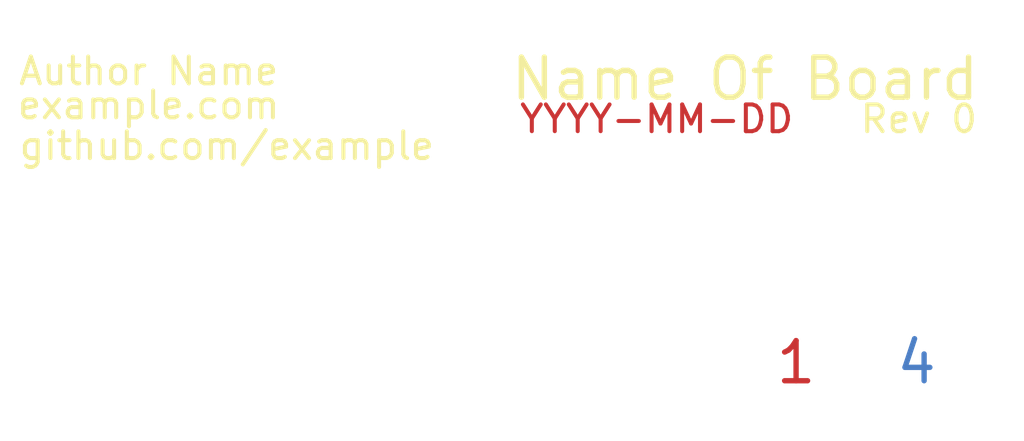
<source format=kicad_pcb>
(kicad_pcb (version 20171130) (host pcbnew "(5.1.10)-1")

  (general
    (thickness 1.6)
    (drawings 0)
    (tracks 0)
    (zones 0)
    (modules 5)
    (nets 1)
  )

  (page A4)
  (title_block
    (title DESIGN_TITLE)
    (rev VER_NO)
    (company "Company Name")
  )

  (layers
    (0 F.Cu signal)
    (31 B.Cu signal)
    (32 B.Adhes user)
    (33 F.Adhes user)
    (34 B.Paste user)
    (35 F.Paste user)
    (36 B.SilkS user)
    (37 F.SilkS user)
    (38 B.Mask user)
    (39 F.Mask user)
    (40 Dwgs.User user)
    (41 Cmts.User user)
    (42 Eco1.User user)
    (43 Eco2.User user)
    (44 Edge.Cuts user)
    (45 Margin user)
    (46 B.CrtYd user)
    (47 F.CrtYd user)
    (48 B.Fab user)
    (49 F.Fab user)
  )

  (setup
    (last_trace_width 0.25)
    (user_trace_width 0.2)
    (user_trace_width 0.3)
    (user_trace_width 0.4)
    (trace_clearance 0.2)
    (zone_clearance 0.508)
    (zone_45_only no)
    (trace_min 0.15)
    (via_size 0.5)
    (via_drill 0.25)
    (via_min_size 0.5)
    (via_min_drill 0.25)
    (user_via 0.6 0.3)
    (uvia_size 0.3)
    (uvia_drill 0.1)
    (uvias_allowed no)
    (uvia_min_size 0.2)
    (uvia_min_drill 0.1)
    (edge_width 0.1)
    (segment_width 0.2)
    (pcb_text_width 0.3)
    (pcb_text_size 1.5 1.5)
    (mod_edge_width 0.15)
    (mod_text_size 1 1)
    (mod_text_width 0.15)
    (pad_size 1.524 1.524)
    (pad_drill 0.762)
    (pad_to_mask_clearance 0)
    (aux_axis_origin 0 0)
    (visible_elements 7FFFFFFF)
    (pcbplotparams
      (layerselection 0x010fc_ffffffff)
      (usegerberextensions false)
      (usegerberattributes false)
      (usegerberadvancedattributes false)
      (creategerberjobfile false)
      (excludeedgelayer true)
      (linewidth 0.100000)
      (plotframeref false)
      (viasonmask false)
      (mode 1)
      (useauxorigin false)
      (hpglpennumber 1)
      (hpglpenspeed 20)
      (hpglpendiameter 15.000000)
      (psnegative false)
      (psa4output false)
      (plotreference true)
      (plotvalue true)
      (plotinvisibletext false)
      (padsonsilk false)
      (subtractmaskfromsilk false)
      (outputformat 1)
      (mirror false)
      (drillshape 1)
      (scaleselection 1)
      (outputdirectory ""))
  )

  (net 0 "")

  (net_class Default "This is the default net class."
    (clearance 0.2)
    (trace_width 0.25)
    (via_dia 0.5)
    (via_drill 0.25)
    (uvia_dia 0.3)
    (uvia_drill 0.1)
  )

  (module logos:template-details (layer F.Cu) (tedit 60EA49C6) (tstamp 5E204D7E)
    (at 144.2 184.9)
    (path /5E204886)
    (fp_text reference LOGO1 (at 0 -2.7) (layer F.Fab)
      (effects (font (size 1 1) (thickness 0.15)))
    )
    (fp_text value "Author Details" (at -0.1 4.1) (layer F.Fab)
      (effects (font (size 1 1) (thickness 0.15)))
    )
    (fp_text user github.com/example (at 2.921 1.905) (layer F.SilkS)
      (effects (font (size 1 1) (thickness 0.15)))
    )
    (fp_text user example.com (at 0 0.381) (layer F.SilkS)
      (effects (font (size 1 1) (thickness 0.15)))
    )
    (fp_text user "Author Name" (at 0 -0.889 180) (layer F.SilkS)
      (effects (font (size 1 1) (thickness 0.15)))
    )
  )

  (module logos:OSHW-Logo2_9.8x8mm_Mask (layer F.Cu) (tedit 5F389A56) (tstamp 5E204FDB)
    (at 143.1 193.9)
    (descr "Open Source Hardware Symbol")
    (tags "Logo Symbol OSHW")
    (path /5E2057DD)
    (attr virtual)
    (fp_text reference LOGO4 (at -0.1 -2.4) (layer F.SilkS) hide
      (effects (font (size 1.524 1.524) (thickness 0.3)))
    )
    (fp_text value Logo (at 0 2.4) (layer F.SilkS) hide
      (effects (font (size 1.524 1.524) (thickness 0.3)))
    )
    (fp_poly (pts (xy 0.139878 -3.712224) (xy 0.245612 -3.711645) (xy 0.322132 -3.710078) (xy 0.374372 -3.707028)
      (xy 0.407263 -3.702004) (xy 0.425737 -3.694511) (xy 0.434727 -3.684056) (xy 0.439163 -3.670147)
      (xy 0.439594 -3.668346) (xy 0.446333 -3.635855) (xy 0.458808 -3.571748) (xy 0.475719 -3.482849)
      (xy 0.495771 -3.375981) (xy 0.517664 -3.257967) (xy 0.518429 -3.253822) (xy 0.540359 -3.138169)
      (xy 0.560877 -3.035986) (xy 0.578659 -2.953402) (xy 0.592381 -2.896544) (xy 0.600718 -2.871542)
      (xy 0.601116 -2.871099) (xy 0.625677 -2.85889) (xy 0.676315 -2.838544) (xy 0.742095 -2.814455)
      (xy 0.742461 -2.814326) (xy 0.825317 -2.783182) (xy 0.923 -2.743509) (xy 1.015077 -2.703619)
      (xy 1.019434 -2.701647) (xy 1.169407 -2.63358) (xy 1.501498 -2.860361) (xy 1.603374 -2.929496)
      (xy 1.695657 -2.991303) (xy 1.773003 -3.042267) (xy 1.830064 -3.078873) (xy 1.861495 -3.097606)
      (xy 1.864479 -3.098996) (xy 1.887321 -3.09281) (xy 1.929982 -3.062965) (xy 1.994128 -3.008053)
      (xy 2.081421 -2.926666) (xy 2.170535 -2.840078) (xy 2.256441 -2.754753) (xy 2.333327 -2.676892)
      (xy 2.396564 -2.611303) (xy 2.441523 -2.562795) (xy 2.463576 -2.536175) (xy 2.464396 -2.534805)
      (xy 2.466834 -2.516537) (xy 2.45765 -2.486705) (xy 2.434574 -2.441279) (xy 2.395337 -2.37623)
      (xy 2.33767 -2.28753) (xy 2.260795 -2.173343) (xy 2.19257 -2.072838) (xy 2.131582 -1.982697)
      (xy 2.081356 -1.908151) (xy 2.045416 -1.854435) (xy 2.027287 -1.826782) (xy 2.026146 -1.824905)
      (xy 2.028359 -1.79841) (xy 2.045138 -1.746914) (xy 2.073142 -1.680149) (xy 2.083122 -1.658828)
      (xy 2.126672 -1.563841) (xy 2.173134 -1.456063) (xy 2.210877 -1.362808) (xy 2.238073 -1.293594)
      (xy 2.259675 -1.240994) (xy 2.272158 -1.213503) (xy 2.273709 -1.211384) (xy 2.296668 -1.207876)
      (xy 2.350786 -1.198262) (xy 2.428868 -1.183911) (xy 2.523719 -1.166193) (xy 2.628143 -1.146475)
      (xy 2.734944 -1.126126) (xy 2.836926 -1.106514) (xy 2.926894 -1.089009) (xy 2.997653 -1.074978)
      (xy 3.042006 -1.065791) (xy 3.052885 -1.063193) (xy 3.064122 -1.056782) (xy 3.072605 -1.042303)
      (xy 3.078714 -1.014867) (xy 3.082832 -0.969589) (xy 3.085341 -0.90158) (xy 3.086621 -0.805953)
      (xy 3.087054 -0.67782) (xy 3.087077 -0.625299) (xy 3.087077 -0.198155) (xy 2.9845 -0.177909)
      (xy 2.927431 -0.16693) (xy 2.842269 -0.150905) (xy 2.739372 -0.131767) (xy 2.629096 -0.111449)
      (xy 2.598615 -0.105868) (xy 2.496855 -0.086083) (xy 2.408205 -0.066627) (xy 2.340108 -0.049303)
      (xy 2.300004 -0.035912) (xy 2.293323 -0.031921) (xy 2.276919 -0.003658) (xy 2.253399 0.051109)
      (xy 2.227316 0.121588) (xy 2.222142 0.136769) (xy 2.187956 0.230896) (xy 2.145523 0.337101)
      (xy 2.103997 0.432473) (xy 2.103792 0.432916) (xy 2.03464 0.582525) (xy 2.489512 1.251617)
      (xy 2.1975 1.544116) (xy 2.10918 1.63117) (xy 2.028625 1.707909) (xy 1.96036 1.770237)
      (xy 1.908908 1.814056) (xy 1.878794 1.83527) (xy 1.874474 1.836616) (xy 1.849111 1.826016)
      (xy 1.797358 1.796547) (xy 1.724868 1.751705) (xy 1.637294 1.694984) (xy 1.542612 1.631462)
      (xy 1.446516 1.566668) (xy 1.360837 1.510287) (xy 1.291016 1.465788) (xy 1.242494 1.436639)
      (xy 1.220782 1.426308) (xy 1.194293 1.43505) (xy 1.144062 1.458087) (xy 1.080451 1.490631)
      (xy 1.073708 1.494249) (xy 0.988046 1.53721) (xy 0.929306 1.558279) (xy 0.892772 1.558503)
      (xy 0.873731 1.538928) (xy 0.87362 1.538654) (xy 0.864102 1.515472) (xy 0.841403 1.460441)
      (xy 0.807282 1.377822) (xy 0.7635 1.271872) (xy 0.711816 1.146852) (xy 0.653992 1.00702)
      (xy 0.597991 0.871637) (xy 0.536447 0.722234) (xy 0.479939 0.583832) (xy 0.430161 0.460673)
      (xy 0.388806 0.357002) (xy 0.357568 0.277059) (xy 0.338141 0.225088) (xy 0.332154 0.205692)
      (xy 0.347168 0.183443) (xy 0.386439 0.147982) (xy 0.438807 0.108887) (xy 0.587941 -0.014755)
      (xy 0.704511 -0.156478) (xy 0.787118 -0.313296) (xy 0.834366 -0.482225) (xy 0.844857 -0.660278)
      (xy 0.837231 -0.742461) (xy 0.795682 -0.912969) (xy 0.724123 -1.063541) (xy 0.626995 -1.192691)
      (xy 0.508734 -1.298936) (xy 0.37378 -1.38079) (xy 0.226571 -1.436768) (xy 0.071544 -1.465385)
      (xy -0.086861 -1.465156) (xy -0.244206 -1.434595) (xy -0.396054 -1.372218) (xy -0.537965 -1.27654)
      (xy -0.597197 -1.222428) (xy -0.710797 -1.08348) (xy -0.789894 -0.931639) (xy -0.835014 -0.771333)
      (xy -0.846684 -0.606988) (xy -0.825431 -0.443029) (xy -0.77178 -0.283882) (xy -0.68626 -0.133975)
      (xy -0.569395 0.002267) (xy -0.438807 0.108887) (xy -0.384412 0.149642) (xy -0.345986 0.184718)
      (xy -0.332154 0.205726) (xy -0.339397 0.228635) (xy -0.359995 0.283365) (xy -0.392254 0.365672)
      (xy -0.434479 0.471315) (xy -0.484977 0.59605) (xy -0.542052 0.735636) (xy -0.598146 0.87167)
      (xy -0.660033 1.021201) (xy -0.717356 1.159767) (xy -0.768356 1.283107) (xy -0.811273 1.386964)
      (xy -0.844347 1.46708) (xy -0.865819 1.519195) (xy -0.873775 1.538654) (xy -0.892571 1.558423)
      (xy -0.928926 1.558365) (xy -0.987521 1.537441) (xy -1.073032 1.494613) (xy -1.073708 1.494249)
      (xy -1.138093 1.461012) (xy -1.190139 1.436802) (xy -1.219488 1.426404) (xy -1.220783 1.426308)
      (xy -1.242876 1.436855) (xy -1.291652 1.466184) (xy -1.361669 1.510827) (xy -1.447486 1.567314)
      (xy -1.542612 1.631462) (xy -1.63946 1.696411) (xy -1.726747 1.752896) (xy -1.798819 1.797421)
      (xy -1.850023 1.82649) (xy -1.874474 1.836616) (xy -1.89699 1.823307) (xy -1.942258 1.786112)
      (xy -2.005756 1.729128) (xy -2.082961 1.656449) (xy -2.169349 1.572171) (xy -2.197601 1.544016)
      (xy -2.489713 1.251416) (xy -2.267369 0.925104) (xy -2.199798 0.824897) (xy -2.140493 0.734963)
      (xy -2.092783 0.66051) (xy -2.059993 0.606751) (xy -2.045452 0.578894) (xy -2.045026 0.576912)
      (xy -2.052692 0.550655) (xy -2.073311 0.497837) (xy -2.103315 0.42731) (xy -2.124375 0.380093)
      (xy -2.163752 0.289694) (xy -2.200835 0.198366) (xy -2.229585 0.1212) (xy -2.237395 0.097692)
      (xy -2.259583 0.034916) (xy -2.281273 -0.013589) (xy -2.293187 -0.031921) (xy -2.319477 -0.043141)
      (xy -2.376858 -0.059046) (xy -2.457882 -0.077833) (xy -2.555105 -0.097701) (xy -2.598615 -0.105868)
      (xy -2.709104 -0.126171) (xy -2.815084 -0.14583) (xy -2.906199 -0.162912) (xy -2.972092 -0.175482)
      (xy -2.9845 -0.177909) (xy -3.087077 -0.198155) (xy -3.087077 -0.625299) (xy -3.086847 -0.765754)
      (xy -3.085901 -0.872021) (xy -3.083859 -0.948987) (xy -3.080338 -1.00154) (xy -3.074957 -1.034567)
      (xy -3.067334 -1.052955) (xy -3.057088 -1.061592) (xy -3.052885 -1.063193) (xy -3.02753 -1.068873)
      (xy -2.971516 -1.080205) (xy -2.892036 -1.095821) (xy -2.796288 -1.114353) (xy -2.691467 -1.134431)
      (xy -2.584768 -1.154688) (xy -2.483387 -1.173754) (xy -2.394521 -1.190261) (xy -2.325363 -1.202841)
      (xy -2.283111 -1.210125) (xy -2.27371 -1.211384) (xy -2.265193 -1.228237) (xy -2.24634 -1.27313)
      (xy -2.220676 -1.33757) (xy -2.210877 -1.362808) (xy -2.171352 -1.460314) (xy -2.124808 -1.568041)
      (xy -2.083123 -1.658828) (xy -2.05245 -1.728247) (xy -2.032044 -1.78529) (xy -2.025232 -1.820223)
      (xy -2.026318 -1.824905) (xy -2.040715 -1.847009) (xy -2.073588 -1.896169) (xy -2.12141 -1.967152)
      (xy -2.180652 -2.054722) (xy -2.247785 -2.153643) (xy -2.261059 -2.17317) (xy -2.338954 -2.28886)
      (xy -2.396213 -2.376956) (xy -2.435119 -2.441514) (xy -2.457956 -2.486589) (xy -2.467006 -2.516237)
      (xy -2.464552 -2.534515) (xy -2.464489 -2.534631) (xy -2.445173 -2.558639) (xy -2.402449 -2.605053)
      (xy -2.340949 -2.669063) (xy -2.265302 -2.745855) (xy -2.180139 -2.830618) (xy -2.170535 -2.840078)
      (xy -2.06321 -2.944011) (xy -1.980385 -3.020325) (xy -1.920395 -3.070429) (xy -1.881577 -3.09573)
      (xy -1.86448 -3.098996) (xy -1.839527 -3.08475) (xy -1.787745 -3.051844) (xy -1.71448 -3.003792)
      (xy -1.62508 -2.94411) (xy -1.524889 -2.876312) (xy -1.501499 -2.860361) (xy -1.169407 -2.63358)
      (xy -1.019435 -2.701647) (xy -0.92823 -2.741315) (xy -0.830331 -2.781209) (xy -0.746169 -2.813017)
      (xy -0.742462 -2.814326) (xy -0.676631 -2.838424) (xy -0.625884 -2.8588) (xy -0.601158 -2.871064)
      (xy -0.601116 -2.871099) (xy -0.593271 -2.893266) (xy -0.579934 -2.947783) (xy -0.56243 -3.02852)
      (xy -0.542083 -3.12935) (xy -0.520218 -3.244144) (xy -0.518429 -3.253822) (xy -0.496496 -3.372096)
      (xy -0.47636 -3.479458) (xy -0.45932 -3.569083) (xy -0.446672 -3.634149) (xy -0.439716 -3.667832)
      (xy -0.439594 -3.668346) (xy -0.435361 -3.682675) (xy -0.427129 -3.693493) (xy -0.409967 -3.701294)
      (xy -0.378942 -3.706571) (xy -0.329122 -3.709818) (xy -0.255576 -3.711528) (xy -0.153371 -3.712193)
      (xy -0.017575 -3.712307) (xy 0 -3.712308) (xy 0.139878 -3.712224)) (layer F.Mask) (width 0.01))
  )

  (module logos:4-layer-check (layer F.Cu) (tedit 5C2839ED) (tstamp 5E204DA3)
    (at 170.9 194.9)
    (path /5E2051A0)
    (fp_text reference LOGO5 (at 0 -2.4) (layer F.Fab)
      (effects (font (size 1 1) (thickness 0.15)))
    )
    (fp_text value 4-Layer-Check (at 0 2.1) (layer F.Fab)
      (effects (font (size 1 1) (thickness 0.15)))
    )
    (fp_poly (pts (xy -3.25 -1.25) (xy 2.75 -1.25) (xy 2.75 1) (xy -3.25 1)) (layer F.Mask) (width 0.15))
    (fp_poly (pts (xy -3.25 -1.25) (xy 2.75 -1.25) (xy 2.75 1) (xy -3.25 1)) (layer B.Mask) (width 0.15))
    (fp_text user 4 (at 2 0) (layer B.Cu)
      (effects (font (size 1.5 1.5) (thickness 0.2)))
    )
    (fp_text user 3 (at 0.5 0) (layer In2.Cu)
      (effects (font (size 1.5 1.5) (thickness 0.2)))
    )
    (fp_text user 2 (at -1 0) (layer In1.Cu)
      (effects (font (size 1.5 1.5) (thickness 0.2)))
    )
    (fp_text user 1 (at -2.5 0) (layer F.Cu)
      (effects (font (size 1.5 1.5) (thickness 0.2)))
    )
  )

  (module logos:board-title (layer F.Cu) (tedit 5E20315F) (tstamp 5E204E75)
    (at 165.989 181.8005)
    (path /5E205A57)
    (fp_text reference LOGO3 (at 0 0.5) (layer F.Fab)
      (effects (font (size 1 1) (thickness 0.15)))
    )
    (fp_text value Board-Title (at 0 5.4) (layer F.Fab)
      (effects (font (size 1 1) (thickness 0.15)))
    )
    (fp_text user YYYY-MM-DD (at -2.8 4) (layer F.Cu)
      (effects (font (size 1 1) (thickness 0.15)))
    )
    (fp_text user "Rev 0" (at 7 4) (layer F.SilkS)
      (effects (font (size 1 1) (thickness 0.15)))
    )
    (fp_text user "Name Of Board" (at 0.5 2.5) (layer F.SilkS)
      (effects (font (size 1.5 1.5) (thickness 0.2)))
    )
  )

  (module logos:OSHW_Logo_3.6x3.6_F.Mask (layer F.Cu) (tedit 0) (tstamp 5E204D83)
    (at 157.2 193.9)
    (path /5E2031A4)
    (fp_text reference LOGO2 (at -0.1 -2.7) (layer F.SilkS) hide
      (effects (font (size 1.524 1.524) (thickness 0.3)))
    )
    (fp_text value OSHW_FMask (at 0 2.6) (layer F.SilkS) hide
      (effects (font (size 1.524 1.524) (thickness 0.3)))
    )
    (fp_poly (pts (xy 0.046025 -1.386642) (xy 0.087086 -1.386332) (xy 0.123939 -1.385856) (xy 0.155448 -1.385237)
      (xy 0.180478 -1.384498) (xy 0.197893 -1.383663) (xy 0.206557 -1.382756) (xy 0.20721 -1.382529)
      (xy 0.209787 -1.376529) (xy 0.213922 -1.361213) (xy 0.219466 -1.337279) (xy 0.226268 -1.305427)
      (xy 0.234179 -1.266356) (xy 0.243047 -1.220763) (xy 0.250901 -1.17915) (xy 0.259151 -1.135399)
      (xy 0.267001 -1.094735) (xy 0.274225 -1.058252) (xy 0.280599 -1.027043) (xy 0.285898 -1.002202)
      (xy 0.289897 -0.984823) (xy 0.292372 -0.976) (xy 0.292802 -0.975166) (xy 0.299048 -0.971629)
      (xy 0.313151 -0.965084) (xy 0.333676 -0.956111) (xy 0.35919 -0.94529) (xy 0.388258 -0.9332)
      (xy 0.419446 -0.920422) (xy 0.45132 -0.907534) (xy 0.482447 -0.895118) (xy 0.511392 -0.883752)
      (xy 0.536721 -0.874017) (xy 0.556999 -0.866492) (xy 0.570794 -0.861758) (xy 0.576671 -0.860393)
      (xy 0.576678 -0.860395) (xy 0.581988 -0.863667) (xy 0.594724 -0.872072) (xy 0.613948 -0.884975)
      (xy 0.638724 -0.901743) (xy 0.668114 -0.92174) (xy 0.70118 -0.944331) (xy 0.736986 -0.968881)
      (xy 0.745656 -0.974838) (xy 0.782085 -0.999723) (xy 0.816148 -1.022694) (xy 0.846886 -1.043126)
      (xy 0.873339 -1.060394) (xy 0.894549 -1.073874) (xy 0.909556 -1.082941) (xy 0.917401 -1.086972)
      (xy 0.918086 -1.087121) (xy 0.923807 -1.083609) (xy 0.935602 -1.073708) (xy 0.95252 -1.058368)
      (xy 0.973609 -1.038542) (xy 0.997919 -1.01518) (xy 1.0245 -0.989233) (xy 1.0524 -0.961653)
      (xy 1.080669 -0.933391) (xy 1.108355 -0.905397) (xy 1.134508 -0.878624) (xy 1.158178 -0.854022)
      (xy 1.178412 -0.832542) (xy 1.194261 -0.815136) (xy 1.204774 -0.802754) (xy 1.208999 -0.796349)
      (xy 1.20904 -0.796062) (xy 1.206243 -0.789942) (xy 1.198279 -0.77647) (xy 1.185789 -0.756628)
      (xy 1.16941 -0.731402) (xy 1.149783 -0.701774) (xy 1.127547 -0.668731) (xy 1.103341 -0.633255)
      (xy 1.101788 -0.630995) (xy 1.077294 -0.595274) (xy 1.054499 -0.561861) (xy 1.03408 -0.531756)
      (xy 1.016708 -0.505962) (xy 1.00306 -0.485479) (xy 0.993807 -0.471308) (xy 0.989626 -0.46445)
      (xy 0.989568 -0.46433) (xy 0.988784 -0.459609) (xy 0.989912 -0.451769) (xy 0.993299 -0.439857)
      (xy 0.999292 -0.422916) (xy 1.008241 -0.399993) (xy 1.020491 -0.370133) (xy 1.03639 -0.332381)
      (xy 1.044749 -0.312748) (xy 1.061018 -0.275148) (xy 1.076011 -0.24149) (xy 1.089231 -0.212832)
      (xy 1.100175 -0.190228) (xy 1.108346 -0.174735) (xy 1.113243 -0.167408) (xy 1.11371 -0.167052)
      (xy 1.12056 -0.165072) (xy 1.136248 -0.161498) (xy 1.159616 -0.156566) (xy 1.189508 -0.150509)
      (xy 1.224767 -0.143561) (xy 1.264236 -0.135956) (xy 1.306757 -0.127929) (xy 1.311409 -0.12706)
      (xy 1.360146 -0.11782) (xy 1.403053 -0.109379) (xy 1.43939 -0.101898) (xy 1.468418 -0.095537)
      (xy 1.489397 -0.090456) (xy 1.501585 -0.086816) (xy 1.504451 -0.085286) (xy 1.505372 -0.078904)
      (xy 1.506225 -0.063497) (xy 1.506989 -0.040202) (xy 1.507638 -0.010153) (xy 1.508151 0.025514)
      (xy 1.508503 0.065663) (xy 1.508671 0.109159) (xy 1.508682 0.120027) (xy 1.508649 0.171548)
      (xy 1.508486 0.213801) (xy 1.508162 0.24768) (xy 1.507647 0.274077) (xy 1.506908 0.293884)
      (xy 1.505916 0.307996) (xy 1.504639 0.317303) (xy 1.503046 0.322699) (xy 1.501595 0.324741)
      (xy 1.495095 0.326999) (xy 1.479763 0.330799) (xy 1.456765 0.335898) (xy 1.427271 0.34205)
      (xy 1.39245 0.349013) (xy 1.35347 0.356543) (xy 1.312365 0.364236) (xy 1.26621 0.372897)
      (xy 1.224798 0.380981) (xy 1.189062 0.388286) (xy 1.159937 0.394611) (xy 1.138354 0.399758)
      (xy 1.125249 0.403525) (xy 1.121726 0.405133) (xy 1.117704 0.411585) (xy 1.110714 0.425987)
      (xy 1.101314 0.446948) (xy 1.090063 0.473082) (xy 1.077519 0.503) (xy 1.06424 0.535313)
      (xy 1.050785 0.568634) (xy 1.037712 0.601575) (xy 1.02558 0.632747) (xy 1.014946 0.660763)
      (xy 1.006369 0.684233) (xy 1.000408 0.701771) (xy 0.99762 0.711987) (xy 0.997556 0.713842)
      (xy 1.000901 0.719358) (xy 1.009348 0.732262) (xy 1.022236 0.751573) (xy 1.038906 0.776312)
      (xy 1.058697 0.805498) (xy 1.080948 0.838151) (xy 1.104512 0.872582) (xy 1.128487 0.907797)
      (xy 1.150526 0.940662) (xy 1.169982 0.970174) (xy 1.186209 0.995331) (xy 1.198558 1.01513)
      (xy 1.206383 1.028568) (xy 1.20904 1.034588) (xy 1.205537 1.040258) (xy 1.195662 1.052017)
      (xy 1.180363 1.068914) (xy 1.16059 1.089997) (xy 1.13729 1.114314) (xy 1.111414 1.140912)
      (xy 1.083908 1.168838) (xy 1.055723 1.197142) (xy 1.027807 1.22487) (xy 1.001109 1.251071)
      (xy 0.976578 1.274792) (xy 0.955162 1.295081) (xy 0.93781 1.310985) (xy 0.925471 1.321554)
      (xy 0.919094 1.325834) (xy 0.918792 1.32588) (xy 0.912917 1.323089) (xy 0.89969 1.315148)
      (xy 0.880102 1.302705) (xy 0.855147 1.286406) (xy 0.825814 1.2669) (xy 0.793098 1.244834)
      (xy 0.759274 1.22174) (xy 0.724192 1.197807) (xy 0.691493 1.175813) (xy 0.662179 1.156405)
      (xy 0.637247 1.140232) (xy 0.617696 1.127942) (xy 0.604527 1.120183) (xy 0.598812 1.1176)
      (xy 0.591386 1.11992) (xy 0.576894 1.126305) (xy 0.557157 1.13589) (xy 0.533991 1.14781)
      (xy 0.52335 1.153481) (xy 0.4978 1.166747) (xy 0.475514 1.177375) (xy 0.458172 1.184622)
      (xy 0.447456 1.187744) (xy 0.445823 1.187771) (xy 0.443235 1.186377) (xy 0.439874 1.182452)
      (xy 0.435467 1.175381) (xy 0.429738 1.164547) (xy 0.422414 1.149334) (xy 0.41322 1.129125)
      (xy 0.401884 1.103305) (xy 0.388129 1.071257) (xy 0.371684 1.032365) (xy 0.352272 0.986012)
      (xy 0.32962 0.931582) (xy 0.303454 0.868459) (xy 0.29886 0.857359) (xy 0.276257 0.802528)
      (xy 0.254911 0.750342) (xy 0.235128 0.701575) (xy 0.217213 0.656998) (xy 0.201473 0.617386)
      (xy 0.188212 0.58351) (xy 0.177736 0.556143) (xy 0.170352 0.53606) (xy 0.166364 0.524031)
      (xy 0.16576 0.520809) (xy 0.170949 0.514897) (xy 0.182723 0.504827) (xy 0.199234 0.492102)
      (xy 0.215173 0.480629) (xy 0.257327 0.44957) (xy 0.291753 0.420231) (xy 0.320203 0.390682)
      (xy 0.344432 0.358997) (xy 0.366194 0.323247) (xy 0.376863 0.302918) (xy 0.400756 0.244488)
      (xy 0.415076 0.184158) (xy 0.419979 0.122953) (xy 0.415623 0.061898) (xy 0.402163 0.002019)
      (xy 0.379756 -0.055658) (xy 0.348559 -0.110109) (xy 0.308727 -0.160308) (xy 0.305664 -0.163589)
      (xy 0.258017 -0.207167) (xy 0.204808 -0.242578) (xy 0.145354 -0.270245) (xy 0.11666 -0.280193)
      (xy 0.099933 -0.285026) (xy 0.084165 -0.288368) (xy 0.066854 -0.290481) (xy 0.045497 -0.291627)
      (xy 0.017593 -0.292065) (xy 0.00254 -0.2921) (xy -0.029085 -0.29189) (xy -0.053064 -0.291084)
      (xy -0.071907 -0.289422) (xy -0.088123 -0.286643) (xy -0.104222 -0.282484) (xy -0.11176 -0.280198)
      (xy -0.173754 -0.255795) (xy -0.230039 -0.22331) (xy -0.280031 -0.183237) (xy -0.323146 -0.136067)
      (xy -0.358799 -0.082293) (xy -0.368671 -0.0635) (xy -0.389244 -0.016643) (xy -0.402766 0.027726)
      (xy -0.41014 0.073443) (xy -0.412273 0.12192) (xy -0.407414 0.186989) (xy -0.393008 0.249065)
      (xy -0.369312 0.30751) (xy -0.336584 0.361687) (xy -0.296045 0.409975) (xy -0.27786 0.426971)
      (xy -0.254238 0.446791) (xy -0.228252 0.467052) (xy -0.202977 0.485368) (xy -0.181486 0.499354)
      (xy -0.178861 0.500883) (xy -0.167168 0.509785) (xy -0.160128 0.519264) (xy -0.159675 0.520648)
      (xy -0.161128 0.527322) (xy -0.166359 0.542833) (xy -0.175168 0.566671) (xy -0.187353 0.598326)
      (xy -0.202713 0.637287) (xy -0.221047 0.683043) (xy -0.242154 0.735085) (xy -0.265834 0.792901)
      (xy -0.289272 0.849679) (xy -0.3117 0.903781) (xy -0.333086 0.955286) (xy -0.353097 1.003399)
      (xy -0.371401 1.047325) (xy -0.387666 1.086268) (xy -0.401558 1.119433) (xy -0.412747 1.146026)
      (xy -0.420898 1.165249) (xy -0.425681 1.176309) (xy -0.426747 1.178609) (xy -0.43498 1.186716)
      (xy -0.441789 1.18872) (xy -0.449502 1.186394) (xy -0.464255 1.179995) (xy -0.48421 1.170387)
      (xy -0.50753 1.158437) (xy -0.518358 1.152672) (xy -0.548166 1.137192) (xy -0.571684 1.126189)
      (xy -0.588125 1.120007) (xy -0.596178 1.118837) (xy -0.60332 1.122269) (xy -0.617462 1.1307)
      (xy -0.637291 1.143286) (xy -0.661494 1.159184) (xy -0.688759 1.177551) (xy -0.70612 1.189461)
      (xy -0.753038 1.221822) (xy -0.792318 1.248815) (xy -0.824648 1.270892) (xy -0.850719 1.288506)
      (xy -0.871219 1.302109) (xy -0.886837 1.312155) (xy -0.898261 1.319097) (xy -0.906181 1.323388)
      (xy -0.911286 1.32548) (xy -0.913613 1.32588) (xy -0.918879 1.322399) (xy -0.930465 1.312478)
      (xy -0.94754 1.296897) (xy -0.969279 1.276437) (xy -0.994852 1.25188) (xy -1.023432 1.224006)
      (xy -1.054191 1.193597) (xy -1.060269 1.187541) (xy -1.091264 1.15647) (xy -1.11999 1.127382)
      (xy -1.145643 1.101112) (xy -1.167423 1.078494) (xy -1.184527 1.060363) (xy -1.196153 1.047552)
      (xy -1.201499 1.040896) (xy -1.201734 1.040413) (xy -1.202633 1.037436) (xy -1.202948 1.034393)
      (xy -1.202165 1.03046) (xy -1.199774 1.024812) (xy -1.195263 1.016624) (xy -1.188121 1.005072)
      (xy -1.177835 0.98933) (xy -1.163895 0.968575) (xy -1.145788 0.94198) (xy -1.123004 0.908721)
      (xy -1.095031 0.867973) (xy -1.092485 0.864266) (xy -1.068839 0.829625) (xy -1.047135 0.797438)
      (xy -1.028027 0.768706) (xy -1.012169 0.744428) (xy -1.000215 0.725605) (xy -0.992819 0.713237)
      (xy -0.9906 0.708469) (xy -0.992429 0.70207) (xy -0.99761 0.687455) (xy -1.005686 0.665826)
      (xy -1.016198 0.638385) (xy -1.028688 0.606333) (xy -1.0427 0.570874) (xy -1.049706 0.553307)
      (xy -1.067443 0.509314) (xy -1.081995 0.474051) (xy -1.093724 0.446727) (xy -1.102994 0.426551)
      (xy -1.110167 0.412734) (xy -1.115606 0.404485) (xy -1.119556 0.401059) (xy -1.126915 0.399121)
      (xy -1.143064 0.395609) (xy -1.166798 0.390762) (xy -1.196909 0.384819) (xy -1.232191 0.378018)
      (xy -1.271438 0.370597) (xy -1.310079 0.363414) (xy -1.351719 0.355616) (xy -1.390331 0.348154)
      (xy -1.424739 0.341273) (xy -1.45377 0.335217) (xy -1.476249 0.330232) (xy -1.491002 0.32656)
      (xy -1.496769 0.324531) (xy -1.498567 0.32136) (xy -1.500039 0.314541) (xy -1.501215 0.303211)
      (xy -1.502123 0.286509) (xy -1.502793 0.263571) (xy -1.503254 0.233536) (xy -1.503535 0.195541)
      (xy -1.503664 0.148724) (xy -1.50368 0.118875) (xy -1.50368 -0.081046) (xy -1.49225 -0.088098)
      (xy -1.484763 -0.0906) (xy -1.468464 -0.094628) (xy -1.444545 -0.099934) (xy -1.414198 -0.106268)
      (xy -1.378616 -0.113383) (xy -1.338991 -0.121029) (xy -1.296514 -0.128958) (xy -1.2954 -0.129162)
      (xy -1.253124 -0.13705) (xy -1.213892 -0.144626) (xy -1.178855 -0.151648) (xy -1.149164 -0.157874)
      (xy -1.12597 -0.163063) (xy -1.110424 -0.166974) (xy -1.103677 -0.169363) (xy -1.103595 -0.169434)
      (xy -1.09991 -0.175699) (xy -1.092978 -0.189894) (xy -1.083423 -0.210572) (xy -1.071866 -0.236287)
      (xy -1.05893 -0.265594) (xy -1.045237 -0.297046) (xy -1.031409 -0.329198) (xy -1.018069 -0.360603)
      (xy -1.005839 -0.389815) (xy -0.995341 -0.415389) (xy -0.987197 -0.435877) (xy -0.982031 -0.449835)
      (xy -0.98044 -0.455606) (xy -0.983233 -0.461425) (xy -0.991189 -0.474628) (xy -1.003681 -0.494251)
      (xy -1.020076 -0.519333) (xy -1.039746 -0.548911) (xy -1.062061 -0.582024) (xy -1.086389 -0.617707)
      (xy -1.090258 -0.623345) (xy -1.114952 -0.659462) (xy -1.137845 -0.69325) (xy -1.158287 -0.723726)
      (xy -1.175629 -0.749912) (xy -1.189222 -0.770825) (xy -1.198417 -0.785484) (xy -1.202566 -0.79291)
      (xy -1.202707 -0.793316) (xy -1.201946 -0.797421) (xy -1.197786 -0.804332) (xy -1.189683 -0.814645)
      (xy -1.177095 -0.828952) (xy -1.159479 -0.847846) (xy -1.136292 -0.871922) (xy -1.106992 -0.901774)
      (xy -1.071036 -0.937995) (xy -1.063801 -0.945251) (xy -1.027782 -0.981111) (xy -0.995644 -1.012622)
      (xy -0.967932 -1.039269) (xy -0.945194 -1.060539) (xy -0.927977 -1.075919) (xy -0.916826 -1.084895)
      (xy -0.912675 -1.08712) (xy -0.90644 -1.084328) (xy -0.892844 -1.076373) (xy -0.872867 -1.06389)
      (xy -0.847492 -1.047513) (xy -0.8177 -1.027878) (xy -0.784474 -1.005618) (xy -0.748795 -0.981369)
      (xy -0.744914 -0.978711) (xy -0.7089 -0.954072) (xy -0.675178 -0.931086) (xy -0.644747 -0.910427)
      (xy -0.618605 -0.89277) (xy -0.597752 -0.878789) (xy -0.583185 -0.869159) (xy -0.575904 -0.864554)
      (xy -0.575648 -0.864413) (xy -0.571195 -0.863059) (xy -0.564661 -0.863256) (xy -0.554941 -0.865369)
      (xy -0.540932 -0.869766) (xy -0.521529 -0.876813) (xy -0.495627 -0.886876) (xy -0.462123 -0.900323)
      (xy -0.438488 -0.909932) (xy -0.396634 -0.927019) (xy -0.363212 -0.940757) (xy -0.33724 -0.951618)
      (xy -0.317736 -0.960074) (xy -0.303719 -0.966597) (xy -0.294205 -0.97166) (xy -0.288214 -0.975734)
      (xy -0.284764 -0.979292) (xy -0.282872 -0.982807) (xy -0.282055 -0.98516) (xy -0.28044 -0.992264)
      (xy -0.277207 -1.008195) (xy -0.27258 -1.031785) (xy -0.266784 -1.061871) (xy -0.260042 -1.097286)
      (xy -0.25258 -1.136865) (xy -0.244622 -1.179442) (xy -0.243805 -1.183832) (xy -0.235748 -1.226519)
      (xy -0.228032 -1.266201) (xy -0.220896 -1.301734) (xy -0.21458 -1.331972) (xy -0.209324 -1.355772)
      (xy -0.205367 -1.371988) (xy -0.20295 -1.379476) (xy -0.202788 -1.379717) (xy -0.199758 -1.381563)
      (xy -0.193437 -1.383072) (xy -0.182937 -1.384273) (xy -0.167367 -1.385199) (xy -0.145841 -1.385879)
      (xy -0.117468 -1.386343) (xy -0.081361 -1.386624) (xy -0.03663 -1.38675) (xy 0.001892 -1.386763)
      (xy 0.046025 -1.386642)) (layer F.Mask) (width 0.01))
  )

)

</source>
